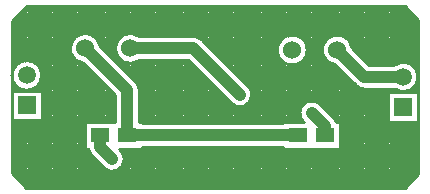
<source format=gbl>
G04*
G04 #@! TF.GenerationSoftware,Altium Limited,Altium Designer,18.1.9 (240)*
G04*
G04 Layer_Physical_Order=2*
G04 Layer_Color=16711680*
%FSLAX25Y25*%
%MOIN*%
G70*
G01*
G75*
%ADD12C,0.01000*%
%ADD26C,0.04000*%
%ADD27R,0.05906X0.05906*%
%ADD28C,0.05906*%
%ADD29C,0.06000*%
%ADD30C,0.04000*%
%ADD31R,0.06000X0.05000*%
D12*
X115450Y48707D02*
G03*
X109793Y43050I-4950J-707D01*
G01*
X137453Y39000D02*
G03*
X129579Y43000I-4953J0D01*
G01*
Y35000D02*
G03*
X137453Y39000I2921J4000D01*
G01*
X116672Y36172D02*
G03*
X119500Y35000I2828J2828D01*
G01*
X116672Y36172D02*
G03*
X119500Y35000I2828J2828D01*
G01*
X100500Y48000D02*
G03*
X100500Y48000I-5000J0D01*
G01*
X82000Y33000D02*
G03*
X80828Y35828I-4000J0D01*
G01*
X82000Y33000D02*
G03*
X80828Y35828I-4000J0D01*
G01*
X65328Y51328D02*
G03*
X62500Y52500I-2828J-2828D01*
G01*
X65328Y51328D02*
G03*
X62500Y52500I-2828J-2828D01*
G01*
X75172Y30172D02*
G03*
X82000Y33000I2828J2828D01*
G01*
X75172Y30172D02*
G03*
X82000Y33000I2828J2828D01*
G01*
X104828Y29828D02*
G03*
X99172Y24172I-2828J-2828D01*
G01*
X104828Y29828D02*
G03*
X99172Y24172I-2828J-2828D01*
G01*
X110205Y24006D02*
G03*
X109328Y25328I-3706J-1506D01*
G01*
X110205Y24006D02*
G03*
X109328Y25328I-3706J-1506D01*
G01*
X44500Y52500D02*
G03*
X44500Y44500I-3000J-4000D01*
G01*
Y34500D02*
G03*
X43328Y37328I-4000J0D01*
G01*
X44500Y34500D02*
G03*
X43328Y37328I-4000J0D01*
G01*
X31450Y49207D02*
G03*
X25793Y43550I-4950J-707D01*
G01*
X11953Y39500D02*
G03*
X11953Y39500I-4953J0D01*
G01*
X39500Y11500D02*
G03*
X38328Y14328I-4000J0D01*
G01*
X39500Y11500D02*
G03*
X38328Y14328I-4000J0D01*
G01*
X32672Y8672D02*
G03*
X39500Y11500I2828J2828D01*
G01*
X32672Y8672D02*
G03*
X39500Y11500I2828J2828D01*
G01*
X27531Y15006D02*
G03*
X28672Y12672I3969J494D01*
G01*
X27531Y15006D02*
G03*
X28672Y12672I3969J494D01*
G01*
X133000Y62500D02*
X137500Y58000D01*
X132420Y43952D02*
Y62500D01*
X131380Y43824D02*
Y62500D01*
X134500Y43531D02*
Y61000D01*
X133460Y43859D02*
Y62040D01*
X119940Y44217D02*
Y62500D01*
X120980Y43177D02*
Y62500D01*
X118900Y45257D02*
Y62500D01*
X130340Y43457D02*
Y62500D01*
X129300Y43000D02*
Y62500D01*
X127220Y43000D02*
Y62500D01*
X128260Y43000D02*
Y62500D01*
X126180Y43000D02*
Y62500D01*
X136580Y41808D02*
Y58920D01*
X135540Y42910D02*
Y59960D01*
X123060Y43000D02*
Y62500D01*
X122020Y43000D02*
Y62500D01*
X125140Y43000D02*
Y62500D01*
X124100Y43000D02*
Y62500D01*
X113773Y51780D02*
X137500D01*
X114740Y50650D02*
Y62500D01*
X111829Y52820D02*
X137500D01*
X115202Y49700D02*
X137500D01*
X114682Y50740D02*
X137500D01*
X111620Y52873D02*
Y62500D01*
X110580Y52999D02*
Y62500D01*
X113700Y51842D02*
Y62500D01*
X112660Y52509D02*
Y62500D01*
X115497Y48660D02*
X137500D01*
X116537Y47620D02*
X137500D01*
X115450Y48707D02*
X121157Y43000D01*
X118617Y45540D02*
X137500D01*
X117577Y46580D02*
X137500D01*
X117860Y46297D02*
Y62500D01*
X116820Y47337D02*
Y62500D01*
X115780Y48377D02*
Y62500D01*
X136082Y42420D02*
X137500D01*
X136843Y41380D02*
X137500D01*
X134654Y43460D02*
X137500D01*
X136572Y36180D02*
X137500D01*
X135603Y35140D02*
X137500D01*
X120697Y43460D02*
X130346D01*
X137122Y37220D02*
X137500D01*
X121157Y43000D02*
X129579D01*
X135540Y33953D02*
Y35090D01*
X136580Y33953D02*
Y36192D01*
X133221Y34100D02*
X137500D01*
X127547Y33953D02*
X137453D01*
X129300D02*
Y35000D01*
X128260Y33953D02*
Y35000D01*
X134500Y33953D02*
Y34469D01*
X130340Y33953D02*
Y34543D01*
X119657Y44500D02*
X137500D01*
X109793Y43050D02*
X116672Y36172D01*
X79437Y37220D02*
X115623D01*
X81379Y35140D02*
X118451D01*
X80477Y36180D02*
X116663D01*
X76317Y40340D02*
X112503D01*
X75277Y41380D02*
X111463D01*
X78397Y38260D02*
X114583D01*
X77357Y39300D02*
X113543D01*
X119500Y35000D02*
X129579D01*
X81999Y33060D02*
X127547D01*
X81846Y34100D02*
X131779D01*
X105757Y28900D02*
X127547D01*
X81878Y32020D02*
X127547D01*
X104712Y29940D02*
X127547D01*
X102400Y30980D02*
X127547D01*
X98100Y52271D02*
Y62500D01*
X107460Y51970D02*
Y62500D01*
X97060Y52750D02*
Y62500D01*
X109540Y52907D02*
Y62500D01*
X108500Y52583D02*
Y62500D01*
X93940Y52750D02*
Y62500D01*
X92900Y52271D02*
Y62500D01*
X91860Y51428D02*
Y62500D01*
X96020Y52973D02*
Y62500D01*
X94980Y52973D02*
Y62500D01*
X103300Y30783D02*
Y62500D01*
X104340Y30244D02*
Y62500D01*
X102260Y30992D02*
Y62500D01*
X106420Y50890D02*
Y62500D01*
X105380Y29277D02*
Y62500D01*
X99140Y51428D02*
Y62500D01*
X90820Y49760D02*
Y62500D01*
X101220Y30923D02*
Y62500D01*
X100180Y49760D02*
Y62500D01*
X66900Y49757D02*
Y62500D01*
X67940Y48717D02*
Y62500D01*
X65860Y50797D02*
Y62500D01*
X70020Y46637D02*
Y62500D01*
X68980Y47677D02*
Y62500D01*
X62740Y52493D02*
Y62500D01*
X61700Y52500D02*
Y62500D01*
X64820Y51758D02*
Y62500D01*
X63780Y52290D02*
Y62500D01*
X78340Y38317D02*
Y62500D01*
X79380Y37277D02*
Y62500D01*
X77300Y39357D02*
Y62500D01*
X81460Y35007D02*
Y62500D01*
X80420Y36237D02*
Y62500D01*
X73140Y43517D02*
Y62500D01*
X71060Y45597D02*
Y62500D01*
X76260Y40397D02*
Y62500D01*
X74180Y42477D02*
Y62500D01*
X98773Y51780D02*
X107227D01*
X99682Y50740D02*
X106318D01*
X96829Y52820D02*
X109170D01*
X99853Y45540D02*
X106147D01*
X99071Y44500D02*
X106929D01*
X100456Y48660D02*
X105544D01*
X100202Y49700D02*
X105798D01*
X100486Y47620D02*
X105515D01*
X100294Y46580D02*
X105706D01*
X100180Y30562D02*
Y46240D01*
X106420Y28237D02*
Y45110D01*
X97595Y43460D02*
X108405D01*
X81453Y30980D02*
X101601D01*
X99140Y29796D02*
Y44572D01*
X98100Y27889D02*
Y43729D01*
X65917Y50740D02*
X91318D01*
X66957Y49700D02*
X90798D01*
X64789Y51780D02*
X92227D01*
X71117Y45540D02*
X91147D01*
X70077Y46580D02*
X90706D01*
X69037Y47620D02*
X90514D01*
X67997Y48660D02*
X90544D01*
X73197Y43460D02*
X93405D01*
X74237Y42420D02*
X110423D01*
X72157Y44500D02*
X91929D01*
X80576Y29940D02*
X99288D01*
X75220Y41437D02*
Y62500D01*
X72100Y44557D02*
Y62500D01*
X65328Y51328D02*
X80828Y35828D01*
X137453Y24047D02*
Y33953D01*
X137500Y6500D02*
Y58000D01*
X132420Y2000D02*
Y24047D01*
X131380Y2000D02*
Y24047D01*
X130340Y2000D02*
Y24047D01*
X126180Y2000D02*
Y35000D01*
X127220Y2000D02*
Y35000D01*
X125140Y2000D02*
Y35000D01*
X128260Y2000D02*
Y24047D01*
X127547D02*
Y33953D01*
X120980Y2000D02*
Y35000D01*
X122020Y2000D02*
Y35000D01*
X119940Y2000D02*
Y35000D01*
X124100Y2000D02*
Y35000D01*
X123060Y2000D02*
Y35000D01*
X116820Y2000D02*
Y36031D01*
X115780Y2000D02*
Y37063D01*
X118900Y2000D02*
Y35045D01*
X117860Y2000D02*
Y35352D01*
X107837Y26820D02*
X127547D01*
X109540Y25100D02*
Y43093D01*
X106797Y27860D02*
X127547D01*
X109814Y24740D02*
X127547D01*
X108877Y25780D02*
X127547D01*
X108500Y26157D02*
Y43417D01*
X107460Y27197D02*
Y44030D01*
X104828Y29828D02*
X109328Y25328D01*
X111620Y2000D02*
Y41223D01*
X112660Y2000D02*
Y40183D01*
X110580Y24006D02*
Y42263D01*
X114740Y2000D02*
Y38103D01*
X113700Y2000D02*
Y39143D01*
X98100Y24006D02*
Y26111D01*
X111500Y19540D02*
X137500D01*
X111500Y18500D02*
X137500D01*
X111500Y20580D02*
X137500D01*
X111500Y16420D02*
X137500D01*
X111500Y17460D02*
X137500D01*
X127547Y24047D02*
X137453D01*
X111500Y23700D02*
X137500D01*
X111500Y21620D02*
X137500D01*
X111500Y22660D02*
X137500D01*
X136580Y5580D02*
Y24047D01*
X135540Y4540D02*
Y24047D01*
X134500Y3500D02*
Y24047D01*
X133500Y2500D02*
X137500Y6500D01*
X111500Y15380D02*
X137500D01*
X133460Y2000D02*
Y24047D01*
X129300Y2000D02*
Y24047D01*
X133500Y2000D02*
Y2500D01*
X111500Y15006D02*
Y24006D01*
X110205D02*
X111500D01*
X109540Y2000D02*
Y15006D01*
X102500D02*
X111500D01*
X107460Y2000D02*
Y15006D01*
X106420Y2000D02*
Y15006D01*
X92500D02*
X101500D01*
X92500Y24006D02*
X99337D01*
X101500Y15006D02*
X102500D01*
X101500D02*
X102500D01*
X104340Y2000D02*
Y15006D01*
X105380Y2000D02*
Y15006D01*
X103300Y2000D02*
Y15006D01*
X110580Y2000D02*
Y15006D01*
X108500Y2000D02*
Y15006D01*
X100180Y2000D02*
Y15006D01*
X99140Y2000D02*
Y15006D01*
X102260Y2000D02*
Y15006D01*
X101220Y2000D02*
Y15006D01*
X93940Y24006D02*
Y43250D01*
X97060Y24006D02*
Y43250D01*
X92900Y24006D02*
Y43729D01*
X96020Y24006D02*
Y43027D01*
X94980Y24006D02*
Y43027D01*
X89780Y23506D02*
Y62500D01*
X90820Y23506D02*
Y46240D01*
X88740Y23506D02*
Y62500D01*
X92500Y23506D02*
Y24006D01*
X91860Y23506D02*
Y44572D01*
X84580Y23506D02*
Y62500D01*
X85620Y23506D02*
Y62500D01*
X83540Y23506D02*
Y62500D01*
X87700Y23506D02*
Y62500D01*
X86660Y23506D02*
Y62500D01*
X82500Y23506D02*
Y62500D01*
X81460Y23506D02*
Y30993D01*
X80420Y23506D02*
Y29815D01*
X79380Y23506D02*
Y29246D01*
X75220Y23506D02*
Y30124D01*
X76260Y23506D02*
Y29398D01*
X74180Y23506D02*
Y31163D01*
X78340Y23506D02*
Y29015D01*
X77300Y23506D02*
Y29062D01*
X71060Y23506D02*
Y34283D01*
X70020Y23506D02*
Y35323D01*
X73140Y23506D02*
Y32203D01*
X72100Y23506D02*
Y33243D01*
X66900Y23506D02*
Y38443D01*
X67940Y23506D02*
Y37403D01*
X65860Y23506D02*
Y39483D01*
X68980Y23506D02*
Y36363D01*
X67940Y2000D02*
Y15506D01*
X62740Y23506D02*
Y42603D01*
X61700Y23506D02*
Y43643D01*
X64820Y23506D02*
Y40523D01*
X63780Y23506D02*
Y41563D01*
X94980Y2000D02*
Y15006D01*
X96020Y2000D02*
Y15006D01*
X93940Y2000D02*
Y15006D01*
X98100Y2000D02*
Y15006D01*
X97060Y2000D02*
Y15006D01*
X91860Y2000D02*
Y15506D01*
X90820Y2000D02*
Y15506D01*
X92900Y2000D02*
Y15006D01*
X92500D02*
Y15506D01*
X86660Y2000D02*
Y15506D01*
X87700Y2000D02*
Y15506D01*
X85620Y2000D02*
Y15506D01*
X89780Y2000D02*
Y15506D01*
X88740Y2000D02*
Y15506D01*
X82500Y2000D02*
Y15506D01*
X81460Y2000D02*
Y15506D01*
X84580Y2000D02*
Y15506D01*
X83540Y2000D02*
Y15506D01*
X66900Y2000D02*
Y15506D01*
X68980Y2000D02*
Y15506D01*
X65860Y2000D02*
Y15506D01*
X71060Y2000D02*
Y15506D01*
X70020Y2000D02*
Y15506D01*
X62740Y2000D02*
Y15506D01*
X61700Y2000D02*
Y15506D01*
X64820Y2000D02*
Y15506D01*
X63780Y2000D02*
Y15506D01*
X77300Y2000D02*
Y15506D01*
X78340Y2000D02*
Y15506D01*
X76260Y2000D02*
Y15506D01*
X80420Y2000D02*
Y15506D01*
X79380Y2000D02*
Y15506D01*
X73140Y2000D02*
Y15506D01*
X72100Y2000D02*
Y15506D01*
X75220Y2000D02*
Y15506D01*
X74180Y2000D02*
Y15506D01*
X49220Y52500D02*
Y62500D01*
X50260Y52500D02*
Y62500D01*
X48180Y52500D02*
Y62500D01*
X51300Y52500D02*
Y62500D01*
X44017Y52820D02*
X94170D01*
X44020Y52819D02*
Y62500D01*
X45060Y52500D02*
Y62500D01*
X42980Y53276D02*
Y62500D01*
X47140Y52500D02*
Y62500D01*
X46100Y52500D02*
Y62500D01*
X57540Y52500D02*
Y62500D01*
X58580Y52500D02*
Y62500D01*
X56500Y52500D02*
Y62500D01*
X60660Y52500D02*
Y62500D01*
X59620Y52500D02*
Y62500D01*
X53380Y52500D02*
Y62500D01*
X52340Y52500D02*
Y62500D01*
X55460Y52500D02*
Y62500D01*
X54420Y52500D02*
Y62500D01*
X3560Y59060D02*
X136440D01*
X2520Y58020D02*
X137480D01*
X2000Y56980D02*
X137500D01*
X2000Y54900D02*
X137500D01*
X2000Y55940D02*
X137500D01*
X7000Y62500D02*
X133000D01*
X6680Y62180D02*
X133320D01*
X5640Y61140D02*
X134360D01*
X4600Y60100D02*
X135400D01*
X41940Y53481D02*
Y62500D01*
X40900Y53464D02*
Y62500D01*
X39860Y53223D02*
Y62500D01*
X2000Y53860D02*
X137500D01*
X37780Y51841D02*
Y62500D01*
X36740Y50030D02*
Y62500D01*
X38820Y52721D02*
Y62500D01*
X29017Y52820D02*
X38982D01*
X44500Y52500D02*
X62500D01*
X44500Y44500D02*
X60843D01*
X43433Y37220D02*
X68123D01*
X44449Y35140D02*
X70203D01*
X44130Y36180D02*
X69163D01*
X44500Y44500D02*
X60843D01*
X44020Y36400D02*
Y44181D01*
X60843Y44500D02*
X75172Y30172D01*
X44500Y29940D02*
X75424D01*
X44500Y28900D02*
X98480D01*
X44500Y26820D02*
X98004D01*
X44500Y27860D02*
X98093D01*
X44500Y33060D02*
X72283D01*
X44500Y34100D02*
X71243D01*
X44500Y30980D02*
X74363D01*
X44500Y32020D02*
X73323D01*
X37780Y42877D02*
Y45159D01*
X38820Y41837D02*
Y44279D01*
X36157Y44500D02*
X38500D01*
X38237Y42420D02*
X62923D01*
X37197Y43460D02*
X61883D01*
X30970Y50740D02*
X37030D01*
X30274Y51780D02*
X37726D01*
X35117Y45540D02*
X37470D01*
X34077Y46580D02*
X36883D01*
X39277Y41380D02*
X63963D01*
X40317Y40340D02*
X65003D01*
X31450Y49207D02*
X43328Y37328D01*
X42397Y38260D02*
X67083D01*
X41357Y39300D02*
X66043D01*
X42980Y37677D02*
Y43724D01*
X39860Y40797D02*
Y43777D01*
X41940Y38717D02*
Y43519D01*
X40900Y39757D02*
Y43536D01*
X28420Y53117D02*
Y62500D01*
X29460Y52530D02*
Y62500D01*
X27380Y53422D02*
Y62500D01*
X31354Y49700D02*
X36646D01*
X30500Y51500D02*
Y62500D01*
X24260Y52970D02*
Y62500D01*
X23220Y52274D02*
Y62500D01*
X22180Y51017D02*
Y62500D01*
X26340Y53497D02*
Y62500D01*
X25300Y53354D02*
Y62500D01*
X34660Y45997D02*
Y62500D01*
X35700Y44957D02*
Y62500D01*
X31997Y48660D02*
X36503D01*
X36740Y43917D02*
Y46970D01*
X33037Y47620D02*
X36578D01*
X33620Y47037D02*
Y62500D01*
X32580Y48077D02*
Y62500D01*
X31540Y49117D02*
Y62500D01*
X2000Y51780D02*
X22726D01*
X2000Y50740D02*
X22030D01*
X2000Y52820D02*
X23982D01*
X2000Y46580D02*
X21883D01*
X2000Y49700D02*
X21646D01*
X6580Y44435D02*
Y62080D01*
X2000Y57500D02*
X7000Y62500D01*
X2000Y47620D02*
X21578D01*
X2000Y48660D02*
X21503D01*
X8660Y44166D02*
Y62500D01*
X9700Y43652D02*
Y62500D01*
X7620Y44414D02*
Y62500D01*
X11780Y40797D02*
Y62500D01*
X10740Y42747D02*
Y62500D01*
X5540Y44233D02*
Y61040D01*
X4500Y43775D02*
Y60000D01*
X3460Y42964D02*
Y58960D01*
X2420Y41385D02*
Y57920D01*
X11881Y40340D02*
X29003D01*
X11949Y39300D02*
X30043D01*
X11795Y38260D02*
X31083D01*
X11397Y37220D02*
X32123D01*
X10675Y36180D02*
X33163D01*
X11582Y41380D02*
X27963D01*
X11000Y42420D02*
X26923D01*
X11780Y34453D02*
Y38203D01*
X10740Y34453D02*
Y36253D01*
X11953Y29940D02*
X36500D01*
X11953Y28900D02*
X36500D01*
X11953Y30980D02*
X36500D01*
X11953Y26820D02*
X36500D01*
X11953Y27860D02*
X36500D01*
X25793Y43550D02*
X36500Y32843D01*
X11953Y34100D02*
X35243D01*
X11953Y32020D02*
X36500D01*
X11953Y33060D02*
X36283D01*
X2000Y44500D02*
X23500D01*
X9975Y43460D02*
X25883D01*
X2000Y45540D02*
X22470D01*
X9349Y35140D02*
X34203D01*
X2000Y43460D02*
X4025D01*
X2000Y41380D02*
X2418D01*
X2000Y42420D02*
X3000D01*
X2000Y36180D02*
X3325D01*
X2000Y37220D02*
X2603D01*
X8660Y34453D02*
Y34834D01*
X9700Y34453D02*
Y35348D01*
X5540Y34453D02*
Y34767D01*
X2047Y34453D02*
X11953D01*
X3460D02*
Y36036D01*
X2420Y34453D02*
Y37615D01*
X4500Y34453D02*
Y35225D01*
X2000Y35140D02*
X4651D01*
X57540Y23506D02*
Y44500D01*
X58580Y23506D02*
Y44500D01*
X56500Y23506D02*
Y44500D01*
X60660Y23506D02*
Y44500D01*
X59620Y23506D02*
Y44500D01*
X52340Y23506D02*
Y44500D01*
X53380Y23506D02*
Y44500D01*
X51300Y23506D02*
Y44500D01*
X55460Y23506D02*
Y44500D01*
X54420Y23506D02*
Y44500D01*
X57540Y2000D02*
Y15506D01*
X58580Y2000D02*
Y15506D01*
X56500Y2000D02*
Y15506D01*
X60660Y2000D02*
Y15506D01*
X59620Y2000D02*
Y15506D01*
X53380Y2000D02*
Y15506D01*
X52340Y2000D02*
Y15506D01*
X55460Y2000D02*
Y15506D01*
X54420Y2000D02*
Y15506D01*
X44500Y25780D02*
X98191D01*
X45060Y24006D02*
Y44500D01*
X44500Y24740D02*
X98700D01*
X45500Y23700D02*
X92500D01*
X44500Y24006D02*
X45500D01*
X44500D02*
Y34500D01*
X11953Y25780D02*
X36500D01*
X35500Y24006D02*
X36500D01*
X11953Y24740D02*
X36500D01*
X49220Y23506D02*
Y44500D01*
X50260Y23506D02*
Y44500D01*
X48180Y23506D02*
Y44500D01*
X45500Y15506D02*
X92500D01*
X45500Y23506D02*
X92500D01*
X47140D02*
Y44500D01*
X46100Y23506D02*
Y44500D01*
X48180Y2000D02*
Y15506D01*
X45500Y23506D02*
Y24006D01*
Y15380D02*
X92500D01*
X39427Y12260D02*
X137500D01*
X39072Y13300D02*
X137500D01*
X39490Y11220D02*
X137500D01*
X39276Y10180D02*
X137500D01*
X47140Y2000D02*
Y15506D01*
X46100Y2000D02*
Y15506D01*
X45500Y15006D02*
Y15506D01*
X38820Y13731D02*
Y15006D01*
X50260Y2000D02*
Y15506D01*
X51300Y2000D02*
Y15506D01*
X49220Y2000D02*
Y15506D01*
X45060Y2000D02*
Y15006D01*
X44020Y2000D02*
Y15006D01*
X40900Y2000D02*
Y15006D01*
X39860Y2000D02*
Y15006D01*
X42980Y2000D02*
Y15006D01*
X41940Y2000D02*
Y15006D01*
X38317Y14340D02*
X137500D01*
X37650Y15006D02*
X45500D01*
X38730Y9140D02*
X137500D01*
X37607Y8100D02*
X137500D01*
X37650Y15006D02*
X38328Y14328D01*
X2980Y6020D02*
X137020D01*
X4020Y4980D02*
X135980D01*
X2000Y7060D02*
X137500D01*
X6100Y2900D02*
X133900D01*
X5060Y3940D02*
X134940D01*
X38820Y2000D02*
Y9269D01*
X37780Y2000D02*
Y8213D01*
X36740Y2000D02*
Y7697D01*
X6500Y2000D02*
X133500D01*
X33620Y24006D02*
Y35723D01*
X34660Y24006D02*
Y34683D01*
X32580Y24006D02*
Y36763D01*
X36500Y24006D02*
Y32843D01*
X35700Y24006D02*
Y33643D01*
X29460Y24006D02*
Y39883D01*
X28420Y24006D02*
Y40923D01*
X31540Y24006D02*
Y37803D01*
X30500Y24006D02*
Y38843D01*
X24260Y2000D02*
Y44030D01*
X25300Y2000D02*
Y43646D01*
X23220Y2000D02*
Y44726D01*
X27380Y24006D02*
Y41963D01*
X26340Y2000D02*
Y43003D01*
X20100Y2000D02*
Y62500D01*
X19060Y2000D02*
Y62500D01*
X22180Y2000D02*
Y45983D01*
X21140Y2000D02*
Y62500D01*
X13860Y2000D02*
Y62500D01*
X14900Y2000D02*
Y62500D01*
X11953Y24547D02*
Y34453D01*
X5540Y3460D02*
Y24547D01*
X4500Y4500D02*
Y24547D01*
X2047D02*
Y34453D01*
X2000Y7000D02*
Y57500D01*
X3460Y5540D02*
Y24547D01*
X2420Y6580D02*
Y24547D01*
X16980Y2000D02*
Y62500D01*
X18020Y2000D02*
Y62500D01*
X15940Y2000D02*
Y62500D01*
X12820Y2000D02*
Y62500D01*
X10740Y2000D02*
Y24547D01*
X7620Y2000D02*
Y24547D01*
X6580Y2000D02*
Y24547D01*
X9700Y2000D02*
Y24547D01*
X8660Y2000D02*
Y24547D01*
X35500Y24006D02*
X36500D01*
X28672Y12672D02*
X32672Y8672D01*
X26500Y24006D02*
X35500D01*
X33620Y2000D02*
Y7969D01*
X32580Y2000D02*
Y8763D01*
X26500Y15006D02*
X27531D01*
X26500D02*
Y24006D01*
X30500Y2000D02*
Y10843D01*
X31540Y2000D02*
Y9803D01*
X29460Y2000D02*
Y11883D01*
X35700Y2000D02*
Y7505D01*
X34660Y2000D02*
Y7589D01*
X27380Y2000D02*
Y15006D01*
X11780Y2000D02*
Y24547D01*
X28420Y2000D02*
Y12948D01*
X6500Y2000D02*
Y2500D01*
X2000Y19540D02*
X26500D01*
X2000Y18500D02*
X26500D01*
X2000Y20580D02*
X26500D01*
X2000Y16420D02*
X26500D01*
X2000Y17460D02*
X26500D01*
X2047Y24547D02*
X11953D01*
X2000Y23700D02*
X26500D01*
X2000Y21620D02*
X26500D01*
X2000Y22660D02*
X26500D01*
X2000Y11220D02*
X30123D01*
X2000Y10180D02*
X31163D01*
X2000Y12260D02*
X29083D01*
X2000Y8100D02*
X33393D01*
X2000Y9140D02*
X32203D01*
X2000Y14340D02*
X27672D01*
X2000Y15380D02*
X26500D01*
X2000Y7000D02*
X6500Y2500D01*
X2000Y13300D02*
X28159D01*
D26*
X106500Y19506D02*
Y22500D01*
X102000Y27000D02*
X106500Y22500D01*
X31500Y15500D02*
Y19506D01*
Y15500D02*
X35500Y11500D01*
X40500Y19506D02*
X97500D01*
X40500D02*
Y34500D01*
X26500Y48500D02*
X40500Y34500D01*
X62500Y48500D02*
X78000Y33000D01*
X41500Y48500D02*
X62500D01*
X110500Y48000D02*
X119500Y39000D01*
X132500D01*
D27*
Y29000D02*
D03*
X7000Y29500D02*
D03*
D28*
X132500Y39000D02*
D03*
X7000Y39500D02*
D03*
D29*
X95500Y48000D02*
D03*
X110500D02*
D03*
X41500Y48500D02*
D03*
X26500D02*
D03*
D30*
X102000Y27000D02*
D03*
X35500Y11500D02*
D03*
X78000Y33000D02*
D03*
D31*
X31500Y19506D02*
D03*
X40500D02*
D03*
X106500D02*
D03*
X97500D02*
D03*
M02*

</source>
